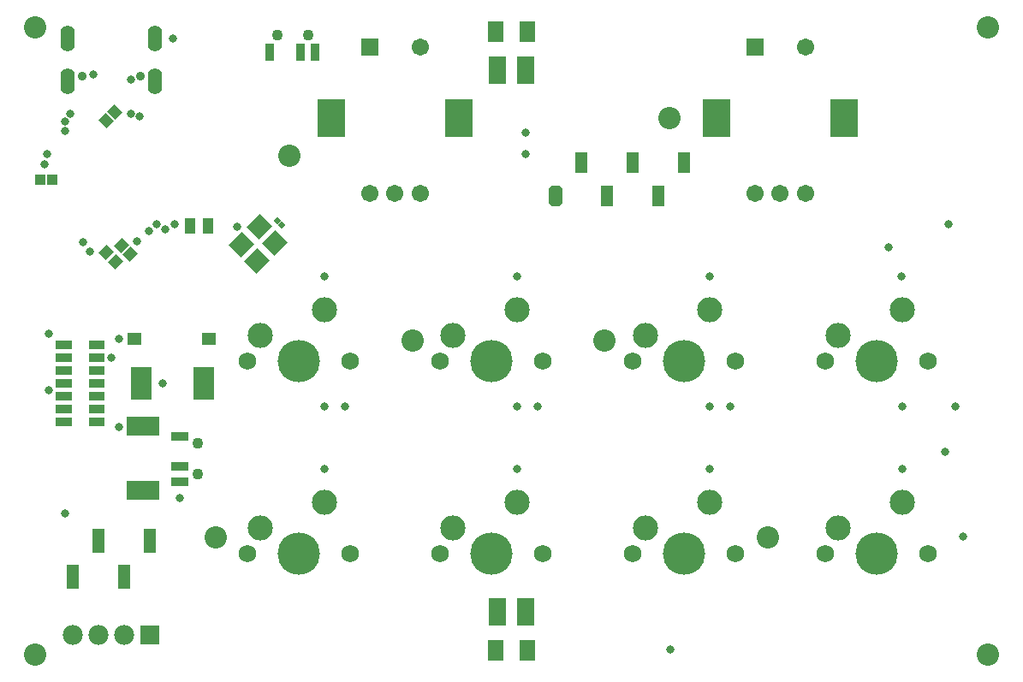
<source format=gbs>
G04*
G04 #@! TF.GenerationSoftware,Altium Limited,CircuitMaker,2.3.0 (2.3.0.3)*
G04*
G04 Layer_Color=8150272*
%FSLAX25Y25*%
%MOIN*%
G70*
G04*
G04 #@! TF.SameCoordinates,7A92FE71-458D-4544-954B-740947ED0FFD*
G04*
G04*
G04 #@! TF.FilePolarity,Negative*
G04*
G01*
G75*
%ADD46R,0.04343X0.05918*%
%ADD48C,0.08674*%
%ADD49C,0.16500*%
%ADD50C,0.09800*%
%ADD51C,0.06800*%
%ADD52C,0.04343*%
%ADD53C,0.07800*%
%ADD54R,0.07800X0.07800*%
%ADD55R,0.10800X0.14800*%
%ADD56R,0.06706X0.06706*%
%ADD57C,0.06706*%
%ADD58O,0.05524X0.10249*%
%ADD59C,0.03556*%
%ADD60C,0.03162*%
%ADD90R,0.07887X0.12611*%
%ADD91R,0.06706X0.03556*%
%ADD92R,0.03950X0.04343*%
G04:AMPARAMS|DCode=93|XSize=43.43mil|YSize=39.5mil|CornerRadius=0mil|HoleSize=0mil|Usage=FLASHONLY|Rotation=45.000|XOffset=0mil|YOffset=0mil|HoleType=Round|Shape=Rectangle|*
%AMROTATEDRECTD93*
4,1,4,-0.00139,-0.02932,-0.02932,-0.00139,0.00139,0.02932,0.02932,0.00139,-0.00139,-0.02932,0.0*
%
%ADD93ROTATEDRECTD93*%

G04:AMPARAMS|DCode=94|XSize=74.93mil|YSize=67.06mil|CornerRadius=0mil|HoleSize=0mil|Usage=FLASHONLY|Rotation=225.000|XOffset=0mil|YOffset=0mil|HoleType=Round|Shape=Rectangle|*
%AMROTATEDRECTD94*
4,1,4,0.00278,0.05020,0.05020,0.00278,-0.00278,-0.05020,-0.05020,-0.00278,0.00278,0.05020,0.0*
%
%ADD94ROTATEDRECTD94*%

%ADD95R,0.07099X0.11036*%
%ADD96R,0.05918X0.07887*%
%ADD97R,0.05013X0.08280*%
G04:AMPARAMS|DCode=98|XSize=82.8mil|YSize=50.13mil|CornerRadius=0mil|HoleSize=0mil|Usage=FLASHONLY|Rotation=270.000|XOffset=0mil|YOffset=0mil|HoleType=Round|Shape=Octagon|*
%AMOCTAGOND98*
4,1,8,-0.01253,-0.04140,0.01253,-0.04140,0.02506,-0.02887,0.02506,0.02887,0.01253,0.04140,-0.01253,0.04140,-0.02506,0.02887,-0.02506,-0.02887,-0.01253,-0.04140,0.0*
%
%ADD98OCTAGOND98*%

%ADD99R,0.03556X0.06706*%
%ADD100R,0.05131X0.09461*%
%ADD101R,0.05524X0.04737*%
%ADD102R,0.12611X0.07493*%
G04:AMPARAMS|DCode=103|XSize=20.6mil|YSize=22.17mil|CornerRadius=0mil|HoleSize=0mil|Usage=FLASHONLY|Rotation=225.000|XOffset=0mil|YOffset=0mil|HoleType=Round|Shape=Rectangle|*
%AMROTATEDRECTD103*
4,1,4,-0.00056,0.01512,0.01512,-0.00056,0.00056,-0.01512,-0.01512,0.00056,-0.00056,0.01512,0.0*
%
%ADD103ROTATEDRECTD103*%

G04:AMPARAMS|DCode=104|XSize=43.43mil|YSize=39.5mil|CornerRadius=0mil|HoleSize=0mil|Usage=FLASHONLY|Rotation=315.000|XOffset=0mil|YOffset=0mil|HoleType=Round|Shape=Rectangle|*
%AMROTATEDRECTD104*
4,1,4,-0.02932,0.00139,-0.00139,0.02932,0.02932,-0.00139,0.00139,-0.02932,-0.02932,0.00139,0.0*
%
%ADD104ROTATEDRECTD104*%

G36*
X132795Y224843D02*
X126606D01*
Y228157D01*
X132795D01*
Y224843D01*
D02*
G37*
G36*
X120095D02*
X113906D01*
Y228157D01*
X120095D01*
Y224843D01*
D02*
G37*
G36*
X132795Y219843D02*
X126606D01*
Y223158D01*
X132795D01*
Y219843D01*
D02*
G37*
G36*
X120095D02*
X113906D01*
Y223158D01*
X120095D01*
Y219843D01*
D02*
G37*
G36*
X132795Y214843D02*
X126606D01*
Y218158D01*
X132795D01*
Y214843D01*
D02*
G37*
G36*
X120095D02*
X113906D01*
Y218158D01*
X120095D01*
Y214843D01*
D02*
G37*
G36*
X132795Y209842D02*
X126606D01*
Y213158D01*
X132795D01*
Y209842D01*
D02*
G37*
G36*
X120095D02*
X113906D01*
Y213158D01*
X120095D01*
Y209842D01*
D02*
G37*
G36*
X132795Y204842D02*
X126606D01*
Y208157D01*
X132795D01*
Y204842D01*
D02*
G37*
G36*
X120095D02*
X113906D01*
Y208157D01*
X120095D01*
Y204842D01*
D02*
G37*
G36*
X132795Y199843D02*
X126606D01*
Y203157D01*
X132795D01*
Y199843D01*
D02*
G37*
G36*
X120095D02*
X113906D01*
Y203157D01*
X120095D01*
Y199843D01*
D02*
G37*
G36*
X132795Y194843D02*
X126606D01*
Y198158D01*
X132795D01*
Y194843D01*
D02*
G37*
G36*
X120095D02*
X113906D01*
Y198158D01*
X120095D01*
Y194843D01*
D02*
G37*
D46*
X172940Y273000D02*
D03*
X166060D02*
D03*
D48*
X175984Y151575D02*
D03*
X352756Y314961D02*
D03*
X204724Y300394D02*
D03*
X252756Y228150D02*
D03*
X327559D02*
D03*
X390945Y151575D02*
D03*
X105905Y105905D02*
D03*
X476772Y350394D02*
D03*
X105905D02*
D03*
X476772Y105905D02*
D03*
D49*
X433366Y220374D02*
D03*
X358366D02*
D03*
X283366D02*
D03*
X433366Y145374D02*
D03*
X358366D02*
D03*
X283366D02*
D03*
X208366D02*
D03*
Y220374D02*
D03*
D50*
X418366Y230374D02*
D03*
X443366Y240374D02*
D03*
X368366D02*
D03*
X343366Y230374D02*
D03*
X293366Y240374D02*
D03*
X268366Y230374D02*
D03*
X443366Y165374D02*
D03*
X418366Y155374D02*
D03*
X368366Y165374D02*
D03*
X343366Y155374D02*
D03*
X293366Y165374D02*
D03*
X268366Y155374D02*
D03*
X218366Y165374D02*
D03*
X193366Y155374D02*
D03*
Y230374D02*
D03*
X218366Y240374D02*
D03*
D51*
X453366Y220374D02*
D03*
X413366D02*
D03*
X338366D02*
D03*
X378366D02*
D03*
X263366D02*
D03*
X303366D02*
D03*
X413366Y145374D02*
D03*
X453366D02*
D03*
X338366D02*
D03*
X378366D02*
D03*
X263366D02*
D03*
X303366D02*
D03*
X188366D02*
D03*
X228366D02*
D03*
Y220374D02*
D03*
X188366D02*
D03*
D52*
X169091Y176295D02*
D03*
Y188106D02*
D03*
X211953Y347390D02*
D03*
X200142D02*
D03*
D53*
X120394Y113583D02*
D03*
X130394D02*
D03*
X140394D02*
D03*
D54*
X150394D02*
D03*
D55*
X371063Y314961D02*
D03*
X420669D02*
D03*
X221063D02*
D03*
X270669D02*
D03*
D56*
X386024Y342520D02*
D03*
X236024D02*
D03*
D57*
X405709D02*
D03*
X386024Y285433D02*
D03*
X395866D02*
D03*
X405709D02*
D03*
X255709Y342520D02*
D03*
X236024Y285433D02*
D03*
X245866D02*
D03*
X255709D02*
D03*
D58*
X152461Y345768D02*
D03*
X118405D02*
D03*
X152461Y329232D02*
D03*
X118405D02*
D03*
D59*
X146850Y331201D02*
D03*
X124016D02*
D03*
D60*
X353000Y108000D02*
D03*
X467000Y152000D02*
D03*
X296654Y309252D02*
D03*
Y300787D02*
D03*
X461500Y273500D02*
D03*
X464000Y202500D02*
D03*
X443500D02*
D03*
X376500D02*
D03*
X368500D02*
D03*
X301500D02*
D03*
X293500D02*
D03*
X226500D02*
D03*
X218500D02*
D03*
X162000Y167000D02*
D03*
X135500Y221500D02*
D03*
X155500Y211500D02*
D03*
X184500Y272500D02*
D03*
X138500Y194500D02*
D03*
Y229000D02*
D03*
X160000Y273500D02*
D03*
X111000Y209000D02*
D03*
Y231000D02*
D03*
X119500Y316500D02*
D03*
X117500Y313500D02*
D03*
Y310000D02*
D03*
Y161000D02*
D03*
X460000Y185000D02*
D03*
X438000Y264500D02*
D03*
X159500Y346000D02*
D03*
X146500Y315500D02*
D03*
X143000Y316500D02*
D03*
X156500Y271500D02*
D03*
X145500Y267000D02*
D03*
X109500Y297000D02*
D03*
X110500Y301000D02*
D03*
X128500Y332000D02*
D03*
X143000Y330000D02*
D03*
X127000Y263000D02*
D03*
X124500Y266500D02*
D03*
X150000Y271000D02*
D03*
X153000Y273500D02*
D03*
X443110Y253346D02*
D03*
X368307D02*
D03*
X293307D02*
D03*
X218307D02*
D03*
Y178347D02*
D03*
X293307D02*
D03*
X368307D02*
D03*
X443307D02*
D03*
D90*
X171409Y211500D02*
D03*
X147000D02*
D03*
D91*
X162201Y173343D02*
D03*
Y179248D02*
D03*
Y191059D02*
D03*
D92*
X107579Y291000D02*
D03*
X112500D02*
D03*
D93*
X137000Y259000D02*
D03*
X133520Y262480D02*
D03*
X142740Y261760D02*
D03*
X139260Y265240D02*
D03*
D94*
X193000Y272500D02*
D03*
X185929Y265429D02*
D03*
X192053Y259304D02*
D03*
X199125Y266375D02*
D03*
D95*
X285827Y122638D02*
D03*
X296850D02*
D03*
Y333661D02*
D03*
X285827D02*
D03*
D96*
X297441Y348622D02*
D03*
X285236D02*
D03*
X297441Y107677D02*
D03*
X285236D02*
D03*
D97*
X358500Y297496D02*
D03*
X348500Y284504D02*
D03*
X338500Y297496D02*
D03*
X328500Y284504D02*
D03*
X318500Y297496D02*
D03*
D98*
X308500Y284504D02*
D03*
D99*
X214906Y340500D02*
D03*
X209000D02*
D03*
X197189D02*
D03*
D100*
X120315Y136221D02*
D03*
X130315Y150394D02*
D03*
X140315Y136221D02*
D03*
X150315Y150394D02*
D03*
D101*
X173567Y229000D02*
D03*
X144433D02*
D03*
D102*
X147634Y169996D02*
D03*
Y194799D02*
D03*
D103*
X201780Y273220D02*
D03*
X200220Y274780D02*
D03*
D104*
X136740Y317240D02*
D03*
X133260Y313760D02*
D03*
M02*

</source>
